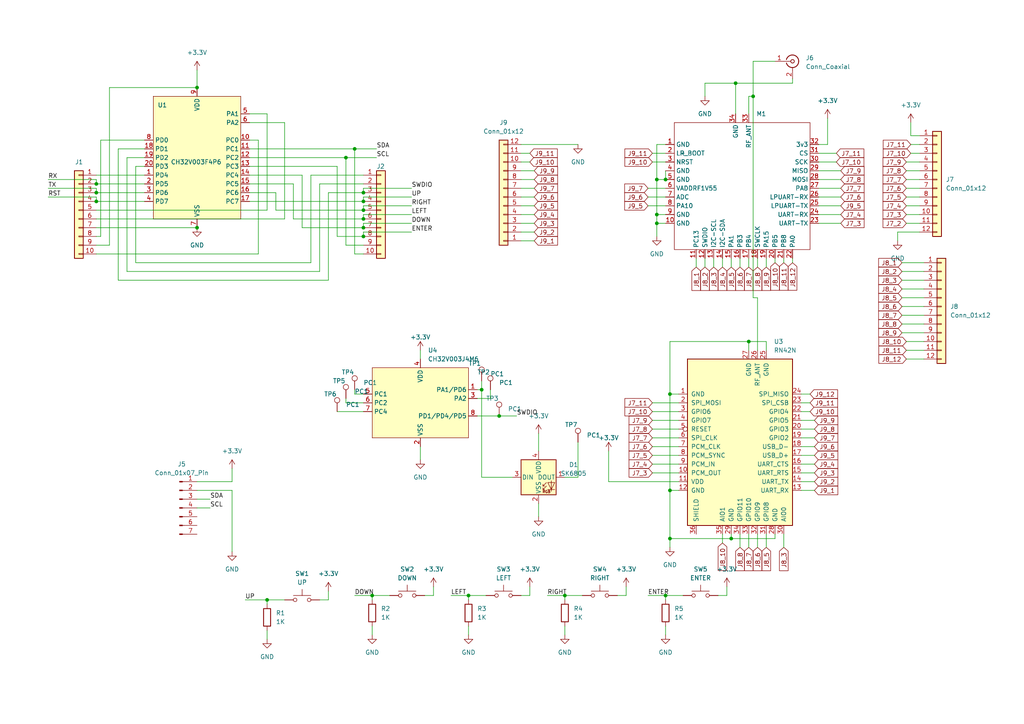
<source format=kicad_sch>
(kicad_sch (version 20230121) (generator eeschema)
  (paper "A4")
  (junction (at 105.41 68.58))
  (junction (at 77.47 173.99))
  (junction (at 105.41 60.96))
  (junction (at 194.31 156.21))
  (junction (at 194.31 114.3))
  (junction (at 193.04 172.72))
  (junction (at 105.41 66.04))
  (junction (at 193.04 52.07))
  (junction (at 190.5 62.23))
  (junction (at 144.78 120.65))
  (junction (at 105.41 58.42))
  (junction (at 163.83 172.72))
  (junction (at 105.41 63.5))
  (junction (at 213.36 24.13))
  (junction (at 27.94 55.88))
  (junction (at 27.94 53.34))
  (junction (at 57.15 66.04))
  (junction (at 27.94 58.42))
  (junction (at 217.17 99.06))
  (junction (at 107.95 172.72))
  (junction (at 105.41 55.88))
  (junction (at 102.87 43.18))
  (junction (at 57.15 25.4))
  (junction (at 190.5 52.07))
  (junction (at 212.09 156.21))
  (junction (at 190.5 64.77))
  (junction (at 218.44 27.94))
  (junction (at 100.33 45.72))
  (junction (at 139.7 113.03))
  (junction (at 194.31 142.24))
  (junction (at 135.89 172.72))
  (wire (pts (xy 29.21 68.58) (xy 29.21 40.64)))
  (wire (pts (xy 100.33 45.72) (xy 100.33 71.12)))
  (wire (pts (xy 163.83 138.43) (xy 167.64 138.43)))
  (wire (pts (xy 209.55 154.94) (xy 209.55 157.48)))
  (wire (pts (xy 190.5 62.23) (xy 193.04 62.23)))
  (wire (pts (xy 27.94 60.96) (xy 77.47 60.96)))
  (wire (pts (xy 107.95 181.61) (xy 107.95 184.15)))
  (wire (pts (xy 201.93 74.93) (xy 201.93 77.47)))
  (wire (pts (xy 27.94 71.12) (xy 31.75 71.12)))
  (wire (pts (xy -81.28 104.14) (xy -73.66 104.14)))
  (wire (pts (xy 125.73 172.72) (xy 125.73 170.18)))
  (wire (pts (xy 27.94 53.34) (xy 41.91 53.34)))
  (wire (pts (xy 163.83 181.61) (xy 163.83 184.15)))
  (wire (pts (xy -58.42 99.06) (xy -60.96 99.06)))
  (wire (pts (xy 121.92 101.6) (xy 121.92 104.14)))
  (wire (pts (xy 97.79 119.38) (xy 105.41 119.38)))
  (wire (pts (xy 72.39 45.72) (xy 100.33 45.72)))
  (wire (pts (xy 232.41 124.46) (xy 236.22 124.46)))
  (wire (pts (xy 82.55 35.56) (xy 72.39 35.56)))
  (wire (pts (xy 219.71 86.36) (xy 219.71 101.6)))
  (wire (pts (xy 95.25 173.99) (xy 95.25 171.45)))
  (wire (pts (xy 237.49 62.23) (xy 243.84 62.23)))
  (wire (pts (xy 218.44 27.94) (xy 218.44 17.78)))
  (wire (pts (xy 193.04 181.61) (xy 193.04 184.15)))
  (wire (pts (xy 190.5 62.23) (xy 190.5 64.77)))
  (wire (pts (xy 36.83 45.72) (xy 36.83 78.74)))
  (wire (pts (xy 72.39 55.88) (xy 80.01 55.88)))
  (wire (pts (xy -63.5 68.58) (xy -59.69 68.58)))
  (wire (pts (xy 151.13 46.99) (xy 153.67 46.99)))
  (wire (pts (xy 138.43 113.03) (xy 139.7 113.03)))
  (wire (pts (xy 138.43 115.57) (xy 142.24 115.57)))
  (wire (pts (xy 237.49 46.99) (xy 242.57 46.99)))
  (wire (pts (xy 189.23 119.38) (xy 196.85 119.38)))
  (wire (pts (xy 105.41 59.69) (xy 105.41 60.96)))
  (wire (pts (xy 187.96 59.69) (xy 193.04 59.69)))
  (wire (pts (xy 189.23 121.92) (xy 196.85 121.92)))
  (wire (pts (xy 105.41 114.3) (xy 102.87 114.3)))
  (wire (pts (xy 27.94 57.15) (xy 27.94 58.42)))
  (wire (pts (xy 189.23 116.84) (xy 196.85 116.84)))
  (wire (pts (xy -63.5 71.12) (xy -59.69 71.12)))
  (wire (pts (xy 209.55 74.93) (xy 209.55 77.47)))
  (wire (pts (xy 135.89 181.61) (xy 135.89 184.15)))
  (wire (pts (xy 194.31 114.3) (xy 194.31 99.06)))
  (wire (pts (xy -43.18 100.33) (xy -43.18 109.22)))
  (wire (pts (xy 237.49 44.45) (xy 242.57 44.45)))
  (wire (pts (xy 90.17 76.2) (xy 90.17 50.8)))
  (wire (pts (xy 151.13 69.85) (xy 154.94 69.85)))
  (wire (pts (xy 102.87 172.72) (xy 107.95 172.72)))
  (wire (pts (xy 92.71 53.34) (xy 105.41 53.34)))
  (wire (pts (xy 217.17 154.94) (xy 217.17 158.75)))
  (wire (pts (xy -66.04 27.94) (xy -66.04 25.4)))
  (wire (pts (xy 72.39 58.42) (xy 105.41 58.42)))
  (wire (pts (xy 57.15 144.78) (xy 60.96 144.78)))
  (wire (pts (xy 71.12 173.99) (xy 77.47 173.99)))
  (wire (pts (xy 100.33 71.12) (xy 105.41 71.12)))
  (wire (pts (xy -81.28 106.68) (xy -73.66 106.68)))
  (wire (pts (xy 72.39 53.34) (xy 85.09 53.34)))
  (wire (pts (xy 222.25 99.06) (xy 217.17 99.06)))
  (wire (pts (xy 176.53 139.7) (xy 196.85 139.7)))
  (wire (pts (xy 151.13 44.45) (xy 153.67 44.45)))
  (wire (pts (xy 189.23 46.99) (xy 193.04 46.99)))
  (wire (pts (xy 100.33 116.84) (xy 105.41 116.84)))
  (wire (pts (xy 105.41 67.31) (xy 119.38 67.31)))
  (wire (pts (xy 130.81 172.72) (xy 135.89 172.72)))
  (wire (pts (xy 224.79 154.94) (xy 224.79 156.21)))
  (wire (pts (xy 218.44 27.94) (xy 218.44 86.36)))
  (wire (pts (xy 227.33 154.94) (xy 227.33 158.75)))
  (wire (pts (xy 119.38 62.23) (xy 105.41 62.23)))
  (wire (pts (xy 193.04 172.72) (xy 198.12 172.72)))
  (wire (pts (xy 80.01 60.96) (xy 105.41 60.96)))
  (wire (pts (xy -59.69 71.12) (xy -59.69 73.66)))
  (wire (pts (xy 264.16 44.45) (xy 266.7 44.45)))
  (wire (pts (xy 264.16 35.56) (xy 264.16 39.37)))
  (wire (pts (xy 196.85 114.3) (xy 194.31 114.3)))
  (wire (pts (xy 67.31 142.24) (xy 67.31 160.02)))
  (wire (pts (xy 179.07 172.72) (xy 181.61 172.72)))
  (wire (pts (xy 163.83 173.99) (xy 163.83 172.72)))
  (wire (pts (xy 102.87 43.18) (xy 109.22 43.18)))
  (wire (pts (xy 142.24 115.57) (xy 142.24 113.03)))
  (wire (pts (xy -72.39 25.4) (xy -72.39 34.29)))
  (wire (pts (xy 232.41 114.3) (xy 234.95 114.3)))
  (wire (pts (xy 237.49 57.15) (xy 243.84 57.15)))
  (wire (pts (xy 217.17 101.6) (xy 217.17 99.06)))
  (wire (pts (xy -60.96 22.86) (xy -60.96 27.94)))
  (wire (pts (xy 190.5 52.07) (xy 190.5 62.23)))
  (wire (pts (xy 151.13 52.07) (xy 154.94 52.07)))
  (wire (pts (xy 262.89 99.06) (xy 267.97 99.06)))
  (wire (pts (xy 227.33 76.2) (xy 227.33 74.93)))
  (wire (pts (xy 139.7 113.03) (xy 139.7 138.43)))
  (wire (pts (xy 138.43 120.65) (xy 144.78 120.65)))
  (wire (pts (xy 218.44 27.94) (xy 217.17 27.94)))
  (wire (pts (xy 232.41 119.38) (xy 234.95 119.38)))
  (wire (pts (xy 207.01 74.93) (xy 207.01 77.47)))
  (wire (pts (xy 264.16 39.37) (xy 266.7 39.37)))
  (wire (pts (xy 262.89 104.14) (xy 267.97 104.14)))
  (wire (pts (xy 13.97 57.15) (xy 27.94 57.15)))
  (wire (pts (xy 105.41 57.15) (xy 105.41 58.42)))
  (wire (pts (xy 151.13 67.31) (xy 154.94 67.31)))
  (wire (pts (xy -81.28 99.06) (xy -73.66 99.06)))
  (wire (pts (xy 34.29 43.18) (xy 34.29 81.28)))
  (wire (pts (xy 187.96 57.15) (xy 193.04 57.15)))
  (wire (pts (xy 27.94 66.04) (xy 57.15 66.04)))
  (wire (pts (xy 189.23 127) (xy 196.85 127)))
  (wire (pts (xy 189.23 132.08) (xy 196.85 132.08)))
  (wire (pts (xy 105.41 54.61) (xy 105.41 55.88)))
  (wire (pts (xy 67.31 135.89) (xy 67.31 139.7)))
  (wire (pts (xy -81.28 109.22) (xy -73.66 109.22)))
  (wire (pts (xy 213.36 24.13) (xy 213.36 33.02)))
  (wire (pts (xy 222.25 74.93) (xy 222.25 77.47)))
  (wire (pts (xy 156.21 146.05) (xy 156.21 149.86)))
  (wire (pts (xy 194.31 156.21) (xy 194.31 158.75)))
  (wire (pts (xy 167.64 138.43) (xy 167.64 128.27)))
  (wire (pts (xy 151.13 59.69) (xy 154.94 59.69)))
  (wire (pts (xy 262.89 46.99) (xy 266.7 46.99)))
  (wire (pts (xy 261.62 91.44) (xy 267.97 91.44)))
  (wire (pts (xy 189.23 124.46) (xy 196.85 124.46)))
  (wire (pts (xy 229.87 76.2) (xy 229.87 74.93)))
  (wire (pts (xy 119.38 59.69) (xy 105.41 59.69)))
  (wire (pts (xy 100.33 115.57) (xy 100.33 116.84)))
  (wire (pts (xy 261.62 76.2) (xy 267.97 76.2)))
  (wire (pts (xy 232.41 142.24) (xy 236.22 142.24)))
  (wire (pts (xy -55.88 104.14) (xy -55.88 115.57)))
  (wire (pts (xy -49.53 62.23) (xy -49.53 68.58)))
  (wire (pts (xy 193.04 49.53) (xy 193.04 52.07)))
  (wire (pts (xy 156.21 125.73) (xy 156.21 130.81)))
  (wire (pts (xy -39.37 76.2) (xy -39.37 80.01)))
  (wire (pts (xy 262.89 57.15) (xy 266.7 57.15)))
  (wire (pts (xy 187.96 172.72) (xy 193.04 172.72)))
  (wire (pts (xy 105.41 68.58) (xy 105.41 67.31)))
  (wire (pts (xy 80.01 55.88) (xy 80.01 60.96)))
  (wire (pts (xy 41.91 45.72) (xy 36.83 45.72)))
  (wire (pts (xy 218.44 86.36) (xy 219.71 86.36)))
  (wire (pts (xy -31.75 68.58) (xy -29.21 68.58)))
  (wire (pts (xy 72.39 43.18) (xy 102.87 43.18)))
  (wire (pts (xy 13.97 52.07) (xy 27.94 52.07)))
  (wire (pts (xy 190.5 52.07) (xy 190.5 41.91)))
  (wire (pts (xy 232.41 129.54) (xy 236.22 129.54)))
  (wire (pts (xy -48.26 106.68) (xy -48.26 100.33)))
  (wire (pts (xy 212.09 74.93) (xy 212.09 77.47)))
  (wire (pts (xy 190.5 64.77) (xy 193.04 64.77)))
  (wire (pts (xy 105.41 64.77) (xy 105.41 66.04)))
  (wire (pts (xy -29.21 68.58) (xy -29.21 62.23)))
  (wire (pts (xy 77.47 60.96) (xy 77.47 33.02)))
  (wire (pts (xy 39.37 48.26) (xy 39.37 76.2)))
  (wire (pts (xy 219.71 74.93) (xy 219.71 77.47)))
  (wire (pts (xy -59.69 68.58) (xy -59.69 66.04)))
  (wire (pts (xy 74.93 40.64) (xy 72.39 40.64)))
  (wire (pts (xy 153.67 172.72) (xy 153.67 170.18)))
  (wire (pts (xy 77.47 173.99) (xy 82.55 173.99)))
  (wire (pts (xy 210.82 172.72) (xy 210.82 170.18)))
  (wire (pts (xy 27.94 54.61) (xy 27.94 55.88)))
  (wire (pts (xy 72.39 50.8) (xy 87.63 50.8)))
  (wire (pts (xy 189.23 137.16) (xy 196.85 137.16)))
  (wire (pts (xy 262.89 52.07) (xy 266.7 52.07)))
  (wire (pts (xy 102.87 114.3) (xy 102.87 113.03)))
  (wire (pts (xy 237.49 54.61) (xy 243.84 54.61)))
  (wire (pts (xy 204.47 74.93) (xy 204.47 77.47)))
  (wire (pts (xy 39.37 76.2) (xy 90.17 76.2)))
  (wire (pts (xy 77.47 33.02) (xy 72.39 33.02)))
  (wire (pts (xy 219.71 154.94) (xy 219.71 158.75)))
  (wire (pts (xy 151.13 62.23) (xy 154.94 62.23)))
  (wire (pts (xy 261.62 81.28) (xy 267.97 81.28)))
  (wire (pts (xy 135.89 173.99) (xy 135.89 172.72)))
  (wire (pts (xy -60.96 104.14) (xy -55.88 104.14)))
  (wire (pts (xy 214.63 154.94) (xy 214.63 158.75)))
  (wire (pts (xy 261.62 96.52) (xy 267.97 96.52)))
  (wire (pts (xy 31.75 25.4) (xy 57.15 25.4)))
  (wire (pts (xy 237.49 52.07) (xy 243.84 52.07)))
  (wire (pts (xy 261.62 83.82) (xy 267.97 83.82)))
  (wire (pts (xy 222.25 101.6) (xy 222.25 99.06)))
  (wire (pts (xy 224.79 156.21) (xy 212.09 156.21)))
  (wire (pts (xy 217.17 27.94) (xy 217.17 33.02)))
  (wire (pts (xy 217.17 74.93) (xy 217.17 77.47)))
  (wire (pts (xy -58.42 25.4) (xy -53.34 25.4)))
  (wire (pts (xy 190.5 41.91) (xy 193.04 41.91)))
  (wire (pts (xy -66.04 25.4) (xy -72.39 25.4)))
  (wire (pts (xy 262.89 64.77) (xy 266.7 64.77)))
  (wire (pts (xy 232.41 139.7) (xy 236.22 139.7)))
  (wire (pts (xy 85.09 53.34) (xy 85.09 63.5)))
  (wire (pts (xy 261.62 78.74) (xy 267.97 78.74)))
  (wire (pts (xy 123.19 172.72) (xy 125.73 172.72)))
  (wire (pts (xy 95.25 81.28) (xy 95.25 55.88)))
  (wire (pts (xy 261.62 86.36) (xy 267.97 86.36)))
  (wire (pts (xy 41.91 48.26) (xy 39.37 48.26)))
  (wire (pts (xy 189.23 134.62) (xy 196.85 134.62)))
  (wire (pts (xy 237.49 59.69) (xy 243.84 59.69)))
  (wire (pts (xy 105.41 54.61) (xy 119.38 54.61)))
  (wire (pts (xy 29.21 40.64) (xy 41.91 40.64)))
  (wire (pts (xy 194.31 99.06) (xy 217.17 99.06)))
  (wire (pts (xy 158.75 172.72) (xy 163.83 172.72)))
  (wire (pts (xy 105.41 62.23) (xy 105.41 63.5)))
  (wire (pts (xy 105.41 57.15) (xy 119.38 57.15)))
  (wire (pts (xy 208.28 172.72) (xy 210.82 172.72)))
  (wire (pts (xy 262.89 101.6) (xy 267.97 101.6)))
  (wire (pts (xy 204.47 27.94) (xy 204.47 24.13)))
  (wire (pts (xy 151.13 57.15) (xy 154.94 57.15)))
  (wire (pts (xy 194.31 142.24) (xy 194.31 156.21)))
  (wire (pts (xy 107.95 173.99) (xy 107.95 172.72)))
  (wire (pts (xy 85.09 63.5) (xy 105.41 63.5)))
  (wire (pts (xy 27.94 68.58) (xy 29.21 68.58)))
  (wire (pts (xy 181.61 172.72) (xy 181.61 170.18)))
  (wire (pts (xy 218.44 17.78) (xy 224.79 17.78)))
  (wire (pts (xy 97.79 48.26) (xy 97.79 68.58)))
  (wire (pts (xy 135.89 172.72) (xy 140.97 172.72)))
  (wire (pts (xy 144.78 120.65) (xy 149.86 120.65)))
  (wire (pts (xy 31.75 71.12) (xy 31.75 25.4)))
  (wire (pts (xy 189.23 129.54) (xy 196.85 129.54)))
  (wire (pts (xy 90.17 50.8) (xy 105.41 50.8)))
  (wire (pts (xy 237.49 41.91) (xy 240.03 41.91)))
  (wire (pts (xy -60.96 101.6) (xy -58.42 101.6)))
  (wire (pts (xy 232.41 116.84) (xy 234.95 116.84)))
  (wire (pts (xy 204.47 24.13) (xy 213.36 24.13)))
  (wire (pts (xy 102.87 43.18) (xy 102.87 73.66)))
  (wire (pts (xy 27.94 52.07) (xy 27.94 53.34)))
  (wire (pts (xy 193.04 173.99) (xy 193.04 172.72)))
  (wire (pts (xy 176.53 130.81) (xy 176.53 139.7)))
  (wire (pts (xy 57.15 147.32) (xy 60.96 147.32)))
  (wire (pts (xy 13.97 54.61) (xy 27.94 54.61)))
  (wire (pts (xy 102.87 73.66) (xy 105.41 73.66)))
  (wire (pts (xy 67.31 139.7) (xy 57.15 139.7)))
  (wire (pts (xy 27.94 73.66) (xy 74.93 73.66)))
  (wire (pts (xy 229.87 22.86) (xy 229.87 24.13)))
  (wire (pts (xy -49.53 68.58) (xy -46.99 68.58)))
  (wire (pts (xy 214.63 74.93) (xy 214.63 77.47)))
  (wire (pts (xy 139.7 138.43) (xy 148.59 138.43)))
  (wire (pts (xy 237.49 49.53) (xy 243.84 49.53)))
  (wire (pts (xy 92.71 173.99) (xy 95.25 173.99)))
  (wire (pts (xy 151.13 54.61) (xy 154.94 54.61)))
  (wire (pts (xy 237.49 64.77) (xy 243.84 64.77)))
  (wire (pts (xy 107.95 172.72) (xy 113.03 172.72)))
  (wire (pts (xy 27.94 50.8) (xy 41.91 50.8)))
  (wire (pts (xy 27.94 58.42) (xy 41.91 58.42)))
  (wire (pts (xy 57.15 142.24) (xy 67.31 142.24)))
  (wire (pts (xy -81.28 101.6) (xy -73.66 101.6)))
  (wire (pts (xy 100.33 45.72) (xy 109.22 45.72)))
  (wire (pts (xy 74.93 73.66) (xy 74.93 40.64)))
  (wire (pts (xy 212.09 156.21) (xy 194.31 156.21)))
  (wire (pts (xy 232.41 121.92) (xy 236.22 121.92)))
  (wire (pts (xy -58.42 27.94) (xy -58.42 25.4)))
  (wire (pts (xy 119.38 64.77) (xy 105.41 64.77)))
  (wire (pts (xy -53.34 22.86) (xy -60.96 22.86)))
  (wire (pts (xy 77.47 175.26) (xy 77.47 173.99)))
  (wire (pts (xy 27.94 55.88) (xy 41.91 55.88)))
  (wire (pts (xy 260.35 67.31) (xy 260.35 69.85)))
  (wire (pts (xy 213.36 24.13) (xy 229.87 24.13)))
  (wire (pts (xy 261.62 88.9) (xy 267.97 88.9)))
  (wire (pts (xy 240.03 34.29) (xy 240.03 41.91)))
  (wire (pts (xy 232.41 134.62) (xy 236.22 134.62)))
  (wire (pts (xy 194.31 114.3) (xy 194.31 142.24)))
  (wire (pts (xy 95.25 55.88) (xy 105.41 55.88)))
  (wire (pts (xy 224.79 76.2) (xy 224.79 74.93)))
  (wire (pts (xy 82.55 63.5) (xy 82.55 35.56)))
  (wire (pts (xy 212.09 154.94) (xy 212.09 156.21)))
  (wire (pts (xy 260.35 67.31) (xy 266.7 67.31)))
  (wire (pts (xy 232.41 137.16) (xy 236.22 137.16)))
  (wire (pts (xy 87.63 50.8) (xy 87.63 66.04)))
  (wire (pts (xy 190.5 64.77) (xy 190.5 68.58)))
  (wire (pts (xy 232.41 132.08) (xy 236.22 132.08)))
  (wire (pts (xy 27.94 63.5) (xy 82.55 63.5)))
  (wire (pts (xy 189.23 44.45) (xy 193.04 44.45)))
  (wire (pts (xy 187.96 54.61) (xy 193.04 54.61)))
  (wire (pts (xy 261.62 93.98) (xy 267.97 93.98)))
  (wire (pts (xy 97.79 68.58) (xy 105.41 68.58)))
  (wire (pts (xy 92.71 78.74) (xy 92.71 53.34)))
  (wire (pts (xy 262.89 49.53) (xy 266.7 49.53)))
  (wire (pts (xy 151.13 172.72) (xy 153.67 172.72)))
  (wire (pts (xy 163.83 172.72) (xy 168.91 172.72)))
  (wire (pts (xy 196.85 142.24) (xy 194.31 142.24)))
  (wire (pts (xy 36.83 78.74) (xy 92.71 78.74)))
  (wire (pts (xy 222.25 154.94) (xy 222.25 158.75)))
  (wire (pts (xy -63.5 22.86) (xy -63.5 27.94)))
  (wire (pts (xy 190.5 52.07) (xy 193.04 52.07)))
  (wire (pts (xy -43.18 109.22) (xy -60.96 109.22)))
  (wire (pts (xy 41.91 43.18) (xy 34.29 43.18)))
  (wire (pts (xy 262.89 59.69) (xy 266.7 59.69)))
  (wire (pts (xy 77.47 182.88) (xy 77.47 185.42)))
  (wire (pts (xy 139.7 113.03) (xy 139.7 110.49)))
  (wire (pts (xy 151.13 64.77) (xy 154.94 64.77)))
  (wire (pts (xy 151.13 41.91) (xy 167.64 41.91)))
  (wire (pts (xy 151.13 49.53) (xy 154.94 49.53)))
  (wire (pts (xy 264.16 41.91) (xy 266.7 41.91)))
  (wire (pts (xy 121.92 129.54) (xy 121.92 133.35)))
  (wire (pts (xy 57.15 20.32) (xy 57.15 25.4)))
  (wire (pts (xy -60.96 106.68) (xy -48.26 106.68)))
  (wire (pts (xy 262.89 54.61) (xy 266.7 54.61)))
  (wire (pts (xy 262.89 62.23) (xy 266.7 62.23)))
  (wire (pts (xy 232.41 127) (xy 236.22 127)))
  (wire (pts (xy 87.63 66.04) (xy 105.41 66.04)))
  (wire (pts (xy 34.29 81.28) (xy 95.25 81.28)))
  (wire (pts (xy 72.39 48.26) (xy 97.79 48.26)))
  (label "RX" (at -81.28 99.06 0))
  (label "SDA" (at 109.22 43.18 0))
  (label "SDA" (at -53.34 25.4 0))
  (label "RST" (at -81.28 109.22 0))
  (label "LEFT" (at 130.81 172.72 0))
  (label "TX" (at -81.28 101.6 0))
  (label "RIGHT" (at 158.75 172.72 0))
  (label "SCL" (at 109.22 45.72 0))
  (label "RIGHT" (at 119.38 59.69 0))
  (label "SWDIO" (at 119.38 54.61 0))
  (label "UP" (at 71.12 173.99 0))
  (label "DOWN" (at 119.38 64.77 0))
  (label "TDO" (at -81.28 104.14 0))
  (label "ENTER" (at 119.38 67.31 0))
  (label "SWDIO" (at 149.86 120.65 0))
  (label "ENTER" (at 187.96 172.72 0))
  (label "TX" (at 13.97 54.61 0))
  (label "DOWN" (at 102.87 172.72 0))
  (label "SCL" (at 60.96 147.32 0))
  (label "SDA" (at 60.96 144.78 0))
  (label "LEFT" (at 119.38 62.23 0))
  (label "UP" (at 119.38 57.15 0))
  (label "RX" (at 13.97 52.07 0))
  (label "SWCLK" (at -58.42 99.06 0))
  (label "SWDIO" (at -58.42 101.6 0))
  (label "TDI" (at -81.28 106.68 0))
  (label "RST" (at 13.97 57.15 0))
  (label "SCL" (at -53.34 22.86 0))
  (global_label "J8_3" (shape input) (at 261.62 81.28 180) (property "Intersheetrefs" "${INTERSHEET_REFS}" (effects hide)))
  (global_label "J8_8" (shape input) (at 219.71 77.47 270) (property "Intersheetrefs" "${INTERSHEET_REFS}" (effects hide)))
  (global_label "J7_8" (shape input) (at 243.84 52.07 0) (property "Intersheetrefs" "${INTERSHEET_REFS}" (effects hide)))
  (global_label "J9_10" (shape input) (at 189.23 46.99 180) (property "Intersheetrefs" "${INTERSHEET_REFS}" (effects hide)))
  (global_label "J8_7" (shape input) (at 217.17 77.47 270) (property "Intersheetrefs" "${INTERSHEET_REFS}" (effects hide)))
  (global_label "J7_11" (shape input) (at 189.23 116.84 180) (property "Intersheetrefs" "${INTERSHEET_REFS}" (effects hide)))
  (global_label "J8_4" (shape input) (at 209.55 77.47 270) (property "Intersheetrefs" "${INTERSHEET_REFS}" (effects hide)))
  (global_label "J9_4" (shape input) (at 236.22 134.62 0) (property "Intersheetrefs" "${INTERSHEET_REFS}" (effects hide)))
  (global_label "J9_6" (shape input) (at 187.96 57.15 180) (property "Intersheetrefs" "${INTERSHEET_REFS}" (effects hide)))
  (global_label "J7_10" (shape input) (at 242.57 46.99 0) (property "Intersheetrefs" "${INTERSHEET_REFS}" (effects hide)))
  (global_label "J7_9" (shape input) (at 243.84 49.53 0) (property "Intersheetrefs" "${INTERSHEET_REFS}" (effects hide)))
  (global_label "J7_6" (shape input) (at 189.23 129.54 180) (property "Intersheetrefs" "${INTERSHEET_REFS}" (effects hide)))
  (global_label "J7_9" (shape input) (at 262.89 46.99 180) (property "Intersheetrefs" "${INTERSHEET_REFS}" (effects hide)))
  (global_label "J9_11" (shape input) (at 153.67 44.45 0) (property "Intersheetrefs" "${INTERSHEET_REFS}" (effects hide)))
  (global_label "J9_5" (shape input) (at 236.22 132.08 0) (property "Intersheetrefs" "${INTERSHEET_REFS}" (effects hide)))
  (global_label "J7_6" (shape input) (at 262.89 54.61 180) (property "Intersheetrefs" "${INTERSHEET_REFS}" (effects hide)))
  (global_label "J9_3" (shape input) (at 236.22 137.16 0) (property "Intersheetrefs" "${INTERSHEET_REFS}" (effects hide)))
  (global_label "J9_6" (shape input) (at 154.94 57.15 0) (property "Intersheetrefs" "${INTERSHEET_REFS}" (effects hide)))
  (global_label "J7_10" (shape input) (at 264.16 44.45 180) (property "Intersheetrefs" "${INTERSHEET_REFS}" (effects hide)))
  (global_label "J9_4" (shape input) (at 154.94 62.23 0) (property "Intersheetrefs" "${INTERSHEET_REFS}" (effects hide)))
  (global_label "J9_3" (shape input) (at 154.94 64.77 0) (property "Intersheetrefs" "${INTERSHEET_REFS}" (effects hide)))
  (global_label "J8_5" (shape input) (at 212.09 77.47 270) (property "Intersheetrefs" "${INTERSHEET_REFS}" (effects hide)))
  (global_label "J7_2" (shape input) (at 262.89 64.77 180) (property "Intersheetrefs" "${INTERSHEET_REFS}" (effects hide)))
  (global_label "J7_4" (shape input) (at 243.84 62.23 0) (property "Intersheetrefs" "${INTERSHEET_REFS}" (effects hide)))
  (global_label "J8_1" (shape input) (at 201.93 77.47 270) (property "Intersheetrefs" "${INTERSHEET_REFS}" (effects hide)))
  (global_label "J8_3" (shape input) (at 227.33 158.75 270) (property "Intersheetrefs" "${INTERSHEET_REFS}" (effects hide)))
  (global_label "J8_9" (shape input) (at 222.25 77.47 270) (property "Intersheetrefs" "${INTERSHEET_REFS}" (effects hide)))
  (global_label "J7_3" (shape input) (at 262.89 62.23 180) (property "Intersheetrefs" "${INTERSHEET_REFS}" (effects hide)))
  (global_label "J9_2" (shape input) (at 236.22 139.7 0) (property "Intersheetrefs" "${INTERSHEET_REFS}" (effects hide)))
  (global_label "J9_7" (shape input) (at 154.94 54.61 0) (property "Intersheetrefs" "${INTERSHEET_REFS}" (effects hide)))
  (global_label "J9_10" (shape input) (at 234.95 119.38 0) (property "Intersheetrefs" "${INTERSHEET_REFS}" (effects hide)))
  (global_label "J8_10" (shape input) (at 262.89 99.06 180) (property "Intersheetrefs" "${INTERSHEET_REFS}" (effects hide)))
  (global_label "J7_5" (shape input) (at 262.89 57.15 180) (property "Intersheetrefs" "${INTERSHEET_REFS}" (effects hide)))
  (global_label "J8_5" (shape input) (at 222.25 158.75 270) (property "Intersheetrefs" "${INTERSHEET_REFS}" (effects hide)))
  (global_label "J9_6" (shape input) (at 236.22 129.54 0) (property "Intersheetrefs" "${INTERSHEET_REFS}" (effects hide)))
  (global_label "J7_7" (shape input) (at 189.23 127 180) (property "Intersheetrefs" "${INTERSHEET_REFS}" (effects hide)))
  (global_label "J8_11" (shape input) (at 262.89 101.6 180) (property "Intersheetrefs" "${INTERSHEET_REFS}" (effects hide)))
  (global_label "J8_12" (shape input) (at 229.87 76.2 270) (property "Intersheetrefs" "${INTERSHEET_REFS}" (effects hide)))
  (global_label "J8_12" (shape input) (at 262.89 104.14 180) (property "Intersheetrefs" "${INTERSHEET_REFS}" (effects hide)))
  (global_label "J9_11" (shape input) (at 234.95 116.84 0) (property "Intersheetrefs" "${INTERSHEET_REFS}" (effects hide)))
  (global_label "J8_1" (shape input) (at 261.62 76.2 180) (property "Intersheetrefs" "${INTERSHEET_REFS}" (effects hide)))
  (global_label "J8_11" (shape input) (at 227.33 76.2 270) (property "Intersheetrefs" "${INTERSHEET_REFS}" (effects hide)))
  (global_label "J8_10" (shape input) (at 209.55 157.48 270) (property "Intersheetrefs" "${INTERSHEET_REFS}" (effects hide)))
  (global_label "J7_5" (shape input) (at 189.23 132.08 180) (property "Intersheetrefs" "${INTERSHEET_REFS}" (effects hide)))
  (global_label "J7_7" (shape input) (at 262.89 52.07 180) (property "Intersheetrefs" "${INTERSHEET_REFS}" (effects hide)))
  (global_label "J8_6" (shape input) (at 219.71 158.75 270) (property "Intersheetrefs" "${INTERSHEET_REFS}" (effects hide)))
  (global_label "J7_6" (shape input) (at 243.84 57.15 0) (property "Intersheetrefs" "${INTERSHEET_REFS}" (effects hide)))
  (global_label "J7_7" (shape input) (at 243.84 54.61 0) (property "Intersheetrefs" "${INTERSHEET_REFS}" (effects hide)))
  (global_label "J7_8" (shape input) (at 262.89 49.53 180) (property "Intersheetrefs" "${INTERSHEET_REFS}" (effects hide)))
  (global_label "J9_7" (shape input) (at 236.22 127 0) (property "Intersheetrefs" "${INTERSHEET_REFS}" (effects hide)))
  (global_label "J9_1" (shape input) (at 236.22 142.24 0) (property "Intersheetrefs" "${INTERSHEET_REFS}" (effects hide)))
  (global_label "J7_4" (shape input) (at 189.23 134.62 180) (property "Intersheetrefs" "${INTERSHEET_REFS}" (effects hide)))
  (global_label "J9_2" (shape input) (at 154.94 67.31 0) (property "Intersheetrefs" "${INTERSHEET_REFS}" (effects hide)))
  (global_label "J8_2" (shape input) (at 261.62 78.74 180) (property "Intersheetrefs" "${INTERSHEET_REFS}" (effects hide)))
  (global_label "J9_1" (shape input) (at 154.94 69.85 0) (property "Intersheetrefs" "${INTERSHEET_REFS}" (effects hide)))
  (global_label "J8_6" (shape input) (at 261.62 88.9 180) (property "Intersheetrefs" "${INTERSHEET_REFS}" (effects hide)))
  (global_label "J8_7" (shape input) (at 217.17 158.75 270) (property "Intersheetrefs" "${INTERSHEET_REFS}" (effects hide)))
  (global_label "J9_9" (shape input) (at 154.94 49.53 0) (property "Intersheetrefs" "${INTERSHEET_REFS}" (effects hide)))
  (global_label "J8_4" (shape input) (at 261.62 83.82 180) (property "Intersheetrefs" "${INTERSHEET_REFS}" (effects hide)))
  (global_label "J7_3" (shape input) (at 243.84 64.77 0) (property "Intersheetrefs" "${INTERSHEET_REFS}" (effects hide)))
  (global_label "J8_3" (shape input) (at 207.01 77.47 270) (property "Intersheetrefs" "${INTERSHEET_REFS}" (effects hide)))
  (global_label "J9_5" (shape input) (at 187.96 59.69 180) (property "Intersheetrefs" "${INTERSHEET_REFS}" (effects hide)))
  (global_label "J8_2" (shape input) (at 204.47 77.47 270) (property "Intersheetrefs" "${INTERSHEET_REFS}" (effects hide)))
  (global_label "J8_7" (shape input) (at 261.62 91.44 180) (property "Intersheetrefs" "${INTERSHEET_REFS}" (effects hide)))
  (global_label "J7_3" (shape input) (at 189.23 137.16 180) (property "Intersheetrefs" "${INTERSHEET_REFS}" (effects hide)))
  (global_label "J7_11" (shape input) (at 264.16 41.91 180) (property "Intersheetrefs" "${INTERSHEET_REFS}" (effects hide)))
  (global_label "J9_10" (shape input) (at 153.67 46.99 0) (property "Intersheetrefs" "${INTERSHEET_REFS}" (effects hide)))
  (global_label "J8_5" (shape input) (at 261.62 86.36 180) (property "Intersheetrefs" "${INTERSHEET_REFS}" (effects hide)))
  (global_label "J9_8" (shape input) (at 154.94 52.07 0) (property "Intersheetrefs" "${INTERSHEET_REFS}" (effects hide)))
  (global_label "J7_11" (shape input) (at 242.57 44.45 0) (property "Intersheetrefs" "${INTERSHEET_REFS}" (effects hide)))
  (global_label "J9_7" (shape input) (at 187.96 54.61 180) (property "Intersheetrefs" "${INTERSHEET_REFS}" (effects hide)))
  (global_label "J9_5" (shape input) (at 243.84 59.69 0) (property "Intersheetrefs" "${INTERSHEET_REFS}" (effects hide)))
  (global_label "J7_8" (shape input) (at 189.23 124.46 180) (property "Intersheetrefs" "${INTERSHEET_REFS}" (effects hide)))
  (global_label "J7_4" (shape input) (at 262.89 59.69 180) (property "Intersheetrefs" "${INTERSHEET_REFS}" (effects hide)))
  (global_label "J8_8" (shape input) (at 214.63 158.75 270) (property "Intersheetrefs" "${INTERSHEET_REFS}" (effects hide)))
  (global_label "J9_8" (shape input) (at 236.22 124.46 0) (property "Intersheetrefs" "${INTERSHEET_REFS}" (effects hide)))
  (global_label "J8_8" (shape input) (at 261.62 93.98 180) (property "Intersheetrefs" "${INTERSHEET_REFS}" (effects hide)))
  (global_label "J9_9" (shape input) (at 236.22 121.92 0) (property "Intersheetrefs" "${INTERSHEET_REFS}" (effects hide)))
  (global_label "J9_12" (shape input) (at 234.95 114.3 0) (property "Intersheetrefs" "${INTERSHEET_REFS}" (effects hide)))
  (global_label "J7_10" (shape input) (at 189.23 119.38 180) (property "Intersheetrefs" "${INTERSHEET_REFS}" (effects hide)))
  (global_label "J7_9" (shape input) (at 189.23 121.92 180) (property "Intersheetrefs" "${INTERSHEET_REFS}" (effects hide)))
  (global_label "J9_5" (shape input) (at 154.94 59.69 0) (property "Intersheetrefs" "${INTERSHEET_REFS}" (effects hide)))
  (global_label "J9_11" (shape input) (at 189.23 44.45 180) (property "Intersheetrefs" "${INTERSHEET_REFS}" (effects hide)))
  (global_label "J8_6" (shape input) (at 214.63 77.47 270) (property "Intersheetrefs" "${INTERSHEET_REFS}" (effects hide)))
  (global_label "J8_10" (shape input) (at 224.79 76.2 270) (property "Intersheetrefs" "${INTERSHEET_REFS}" (effects hide)))
  (global_label "J8_9" (shape input) (at 261.62 96.52 180) (property "Intersheetrefs" "${INTERSHEET_REFS}" (effects hide)))
  (symbol (lib_id "Connector:TestPoint") (at 139.7 110.49 0) (unit 1)
    (property "Reference" "TP1" (at 135.89 105.41 0) (effects (justify left)))
    (property "Value" "PC1" (at 142.24 108.458 0) (effects (justify left)))
    (property "Footprint" "TestPoint:TestPoint_Pad_D2.0mm" (effects hide))
  )
  (symbol (lib_id "Connector:Conn_Coaxial") (at 229.87 17.78 0) (unit 1)
    (property "Reference" "J6" (at 233.68 16.8032 0) (effects (justify left)))
    (property "Value" "Conn_Coaxial" (at 233.68 19.3432 0) (effects (justify left)))
    (property "Footprint" "Connector_Coaxial:SMA_Samtec_SMA-J-P-X-ST-EM1_EdgeMount" (effects hide))
    (property "Datasheet" " ~" (effects hide))
  )
  (symbol (lib_id "Connector_Generic:Conn_02x05_Odd_Even") (at -68.58 104.14 0) (unit 1)
    (property "Reference" "J3" (at -67.31 92.71 0))
    (property "Value" "Conn_02x05_Odd_Even" (at -67.31 95.25 0))
    (property "Footprint" "Connector_PinHeader_2.54mm:PinHeader_2x05_P2.54mm_Vertical" (effects hide))
  )
  (symbol (lib_id "power:GND") (at -55.88 115.57 0) (unit 1)
    (property "Reference" "#PWR05" (effects hide))
    (property "Value" "GND" (at -55.88 120.65 0))
  )
  (symbol (lib_id "power:GND") (at 204.47 27.94 0) (unit 1)
    (property "Reference" "#PWR026" (effects hide))
    (property "Value" "GND" (at 204.47 33.02 0))
  )
  (symbol (lib_id "power:+3.3V") (at 67.31 135.89 0) (unit 1)
    (property "Reference" "#PWR020" (effects hide))
    (property "Value" "+3.3V" (at 67.31 130.81 0))
  )
  (symbol (lib_id "power:+5V") (at -43.18 100.33 0) (unit 1)
    (property "Reference" "#PWR07" (effects hide))
    (property "Value" "+5V" (at -43.18 95.25 0))
  )
  (symbol (lib_id "wch-mcu:CH32V003J4M6") (at 121.92 116.84 0) (unit 1)
    (property "Reference" "U4" (at 124.1141 101.6 0) (effects (justify left)))
    (property "Value" "CH32V003J4M6" (at 124.1141 104.14 0) (effects (justify left)))
    (property "Footprint" "Package_SO:SOIC-8_3.9x4.9mm_P1.27mm" (effects hide))
    (property "Datasheet" "http://www.wch-ic.com/downloads/file/359.html" (effects hide))
  )
  (symbol (lib_id "Connector_Generic:Conn_01x12") (at 273.05 88.9 0) (unit 1)
    (property "Reference" "J8" (at 275.59 88.9 0) (effects (justify left)))
    (property "Value" "Conn_01x12" (at 275.59 91.44 0) (effects (justify left)))
    (property "Footprint" "Connector_PinSocket_2.54mm:PinSocket_1x12_P2.54mm_Vertical" (effects hide))
  )
  (symbol (lib_id "Connector:TestPoint") (at 100.33 115.57 0) (unit 1)
    (property "Reference" "TP5" (at 96.52 110.49 0) (effects (justify left)))
    (property "Value" "PC1" (at 102.87 113.538 0) (effects (justify left)))
    (property "Footprint" "TestPoint:TestPoint_Pad_D2.0mm" (effects hide))
  )
  (symbol (lib_id "power:+3.3V") (at 153.67 170.18 0) (unit 1)
    (property "Reference" "#PWR015" (effects hide))
    (property "Value" "+3.3V" (at 153.67 165.1 0))
  )
  (symbol (lib_id "Connector_Generic:Conn_01x02") (at -68.58 71.12 180) (unit 1)
    (property "Reference" "J4" (at -68.58 62.23 0))
    (property "Value" "Conn_01x02" (at -68.58 64.77 0))
    (property "Footprint" "Connector_Wago:Wago_734-132_1x02_P3.50mm_Vertical" (effects hide))
  )
  (symbol (lib_id "Switch:SW_Push") (at 146.05 172.72 0) (unit 1)
    (property "Reference" "SW3" (at 146.05 165.1 0))
    (property "Value" "LEFT" (at 146.05 167.64 0))
    (property "Footprint" "Button_Switch_SMD:SW_Push_1P1T_NO_6x6mm_H9.5mm" (effects hide))
  )
  (symbol (lib_id "Connector:TestPoint") (at 102.87 113.03 0) (unit 1)
    (property "Reference" "TP4" (at 99.06 107.95 0) (effects (justify left)))
    (property "Value" "PC1" (at 105.41 110.998 0) (effects (justify left)))
    (property "Footprint" "TestPoint:TestPoint_Pad_D2.0mm" (effects hide))
  )
  (symbol (lib_id "power:GND") (at 163.83 184.15 0) (unit 1)
    (property "Reference" "#PWR016" (effects hide))
    (property "Value" "GND" (at 163.83 189.23 0))
  )
  (symbol (lib_id "power:GND") (at 57.15 66.04 0) (unit 1)
    (property "Reference" "#PWR01" (effects hide))
    (property "Value" "GND" (at 57.15 71.12 0))
  )
  (symbol (lib_id "power:GND") (at -59.69 73.66 0) (unit 1)
    (property "Reference" "#PWR011" (effects hide))
    (property "Value" "GND" (at -59.69 78.74 0))
  )
  (symbol (lib_id "power:GND") (at 77.47 185.42 0) (unit 1)
    (property "Reference" "#PWR04" (effects hide))
    (property "Value" "GND" (at 77.47 190.5 0))
  )
  (symbol (lib_id "power:+3.3V") (at 210.82 170.18 0) (unit 1)
    (property "Reference" "#PWR019" (effects hide))
    (property "Value" "+3.3V" (at 210.82 165.1 0))
  )
  (symbol (lib_id "power:GND") (at 194.31 158.75 0) (unit 1)
    (property "Reference" "#PWR028" (effects hide))
    (property "Value" "GND" (at 194.31 163.83 0))
  )
  (symbol (lib_id "Device:R") (at 77.47 179.07 0) (unit 1)
    (property "Reference" "R1" (at 80.01 177.8 0) (effects (justify left)))
    (property "Value" "1K" (at 80.01 180.34 0) (effects (justify left)))
    (property "Footprint" "Resistor_THT:R_Axial_DIN0207_L6.3mm_D2.5mm_P7.62mm_Horizontal" (effects hide))
  )
  (symbol (lib_id "power:GND") (at -39.37 80.01 0) (unit 1)
    (property "Reference" "#PWR024" (effects hide))
    (property "Value" "GND" (at -39.37 85.09 0))
  )
  (symbol (lib_id "power:GND") (at -72.39 34.29 0) (unit 1)
    (property "Reference" "#PWR08" (effects hide))
    (property "Value" "GND" (at -72.39 39.37 0))
  )
  (symbol (lib_id "Connector_Generic:Conn_01x12") (at 146.05 57.15 180) (unit 1)
    (property "Reference" "J9" (at 146.05 35.56 0))
    (property "Value" "Conn_01x12" (at 146.05 38.1 0))
    (property "Footprint" "Connector_PinSocket_2.54mm:PinSocket_1x12_P2.54mm_Vertical" (effects hide))
  )
  (symbol (lib_id "Connector:TestPoint") (at 142.24 113.03 0) (unit 1)
    (property "Reference" "TP2" (at 138.43 107.95 0) (effects (justify left)))
    (property "Value" "PC1" (at 144.78 110.998 0) (effects (justify left)))
    (property "Footprint" "TestPoint:TestPoint_Pad_D2.0mm" (effects hide))
  )
  (symbol (lib_id "power:+3.3V") (at -63.5 22.86 0) (unit 1)
    (property "Reference" "#PWR09" (effects hide))
    (property "Value" "+3.3V" (at -63.5 17.78 0))
  )
  (symbol (lib_id "power:GND") (at 135.89 184.15 0) (unit 1)
    (property "Reference" "#PWR014" (effects hide))
    (property "Value" "GND" (at 135.89 189.23 0))
  )
  (symbol (lib_id "LED:SK6805") (at 156.21 138.43 0) (unit 1)
    (property "Reference" "D1" (at 166.37 134.7821 0))
    (property "Value" "SK6805" (at 166.37 137.3221 0))
    (property "Footprint" "LED_SMD:LED_SK6812_EC15_1.5x1.5mm" (effects hide))
    (property "Datasheet" "https://cdn-shop.adafruit.com/product-files/3484/3484_Datasheet.pdf" (effects hide))
  )
  (symbol (lib_id "wch-mcu:SSD1306") (at -62.23 36.83 0) (unit 1)
    (property "Reference" "Brd1" (effects hide))
    (property "Value" "SSD1306" (at -66.04 39.37 0) (effects (justify left)))
    (property "Footprint" "SSD1306:128x64OLED" (effects hide))
  )
  (symbol (lib_id "power:+3.3V") (at 156.21 125.73 0) (unit 1)
    (property "Reference" "#PWR036" (effects hide))
    (property "Value" "+3.3V" (at 156.21 120.65 0))
  )
  (symbol (lib_id "Connector:TestPoint") (at 144.78 120.65 0) (unit 1)
    (property "Reference" "TP3" (at 140.97 115.57 0) (effects (justify left)))
    (property "Value" "PC1" (at 147.32 118.618 0) (effects (justify left)))
    (property "Footprint" "TestPoint:TestPoint_Pad_D2.0mm" (effects hide))
  )
  (symbol (lib_id "power:+3.3V") (at 181.61 170.18 0) (unit 1)
    (property "Reference" "#PWR017" (effects hide))
    (property "Value" "+3.3V" (at 181.61 165.1 0))
  )
  (symbol (lib_id "power:+5V") (at -59.69 66.04 0) (unit 1)
    (property "Reference" "#PWR022" (effects hide))
    (property "Value" "+5V" (at -59.69 60.96 0))
  )
  (symbol (lib_id "Device:R") (at 135.89 177.8 0) (unit 1)
    (property "Reference" "R3" (at 138.43 176.53 0) (effects (justify left)))
    (property "Value" "1K" (at 138.43 179.07 0) (effects (justify left)))
    (property "Footprint" "Resistor_THT:R_Axial_DIN0207_L6.3mm_D2.5mm_P7.62mm_Horizontal" (effects hide))
  )
  (symbol (lib_id "power:+3.3V") (at 95.25 171.45 0) (unit 1)
    (property "Reference" "#PWR03" (effects hide))
    (property "Value" "+3.3V" (at 95.25 166.37 0))
  )
  (symbol (lib_id "Connector_Generic:Conn_01x12") (at 271.78 52.07 0) (unit 1)
    (property "Reference" "J7" (at 274.32 52.07 0) (effects (justify left)))
    (property "Value" "Conn_01x12" (at 274.32 54.61 0) (effects (justify left)))
    (property "Footprint" "Connector_PinSocket_2.54mm:PinSocket_1x12_P2.54mm_Vertical" (effects hide))
  )
  (symbol (lib_id "Switch:SW_Push") (at 173.99 172.72 0) (unit 1)
    (property "Reference" "SW4" (at 173.99 165.1 0))
    (property "Value" "RIGHT" (at 173.99 167.64 0))
    (property "Footprint" "Button_Switch_SMD:SW_Push_1P1T_NO_6x6mm_H9.5mm" (effects hide))
  )
  (symbol (lib_id "power:+3.3V") (at 57.15 20.32 0) (unit 1)
    (property "Reference" "#PWR02" (effects hide))
    (property "Value" "+3.3V" (at 57.15 15.24 0))
  )
  (symbol (lib_id "Regulator_Linear:AMS1117-3.3") (at -39.37 68.58 0) (unit 1)
    (property "Reference" "U2" (at -39.37 62.23 0))
    (property "Value" "AMS1117-3.3" (at -39.37 64.77 0))
    (property "Footprint" "Package_TO_SOT_SMD:SOT-223-3_TabPin2" (effects hide))
    (property "Datasheet" "http://www.advanced-monolithic.com/pdf/ds1117.pdf" (effects hide))
  )
  (symbol (lib_id "Switch:SW_Push") (at 118.11 172.72 0) (unit 1)
    (property "Reference" "SW2" (at 118.11 165.1 0))
    (property "Value" "DOWN" (at 118.11 167.64 0))
    (property "Footprint" "Button_Switch_SMD:SW_Push_1P1T_NO_6x6mm_H9.5mm" (effects hide))
  )
  (symbol (lib_id "Device:R") (at 193.04 177.8 0) (unit 1)
    (property "Reference" "R5" (at 195.58 176.53 0) (effects (justify left)))
    (property "Value" "1K" (at 195.58 179.07 0) (effects (justify left)))
    (property "Footprint" "Resistor_THT:R_Axial_DIN0207_L6.3mm_D2.5mm_P7.62mm_Horizontal" (effects hide))
  )
  (symbol (lib_id "power:+3.3V") (at 240.03 34.29 0) (unit 1)
    (property "Reference" "#PWR027" (effects hide))
    (property "Value" "+3.3V" (at 240.03 29.21 0))
  )
  (symbol (lib_id "wch-mcu:lr1262") (at 198.12 41.91 0) (unit 1)
    (property "Reference" "M1" (at 219.3641 33.02 0) (effects (justify left)))
    (property "Value" "~" (at 198.12 44.45 0))
    (property "Footprint" "Library:LR1262" (effects hide))
  )
  (symbol (lib_id "wch-mcu:CH32V003F4P6") (at 57.15 45.72 0) (unit 1)
    (property "Reference" "U1" (at 45.72 30.48 0) (effects (justify left)))
    (property "Value" "CH32V003F4P6" (at 49.53 46.99 0) (effects (justify left)))
    (property "Footprint" "Package_SO:TSSOP-20_4.4x6.5mm_P0.65mm" (effects hide))
    (property "Datasheet" "https://datasheet.lcsc.com/lcsc/2302231730_WCH-Jiangsu-Qin-Heng-CH32V003F4U6_C5299908.pdf" (effects hide))
  )
  (symbol (lib_id "Device:R") (at 107.95 177.8 0) (unit 1)
    (property "Reference" "R2" (at 110.49 176.53 0) (effects (justify left)))
    (property "Value" "1K" (at 110.49 179.07 0) (effects (justify left)))
    (property "Footprint" "Resistor_THT:R_Axial_DIN0207_L6.3mm_D2.5mm_P7.62mm_Horizontal" (effects hide))
  )
  (symbol (lib_id "Connector:TestPoint") (at 167.64 128.27 0) (unit 1)
    (property "Reference" "TP7" (at 163.83 123.19 0) (effects (justify left)))
    (property "Value" "PC1" (at 170.18 126.238 0) (effects (justify left)))
    (property "Footprint" "TestPoint:TestPoint_Pad_D2.0mm" (effects hide))
  )
  (symbol (lib_id "power:GND") (at 67.31 160.02 0) (unit 1)
    (property "Reference" "#PWR021" (effects hide))
    (property "Value" "GND" (at 67.31 165.1 0))
  )
  (symbol (lib_id "power:GND") (at 156.21 149.86 0) (unit 1)
    (property "Reference" "#PWR037" (effects hide))
    (property "Value" "GND" (at 156.21 154.94 0))
  )
  (symbol (lib_id "power:GND") (at 167.64 41.91 0) (unit 1)
    (property "Reference" "#PWR033" (effects hide))
    (property "Value" "GND" (at 167.64 46.99 0))
  )
  (symbol (lib_id "power:+3.3V") (at -29.21 62.23 0) (unit 1)
    (property "Reference" "#PWR010" (effects hide))
    (property "Value" "+3.3V" (at -29.21 57.15 0))
  )
  (symbol (lib_id "Connector:Conn_01x07_Pin") (at 52.07 147.32 0) (unit 1)
    (property "Reference" "J5" (at 52.705 134.62 0))
    (property "Value" "Conn_01x07_Pin" (at 52.705 137.16 0))
    (property "Footprint" "Connector_PinHeader_2.54mm:PinHeader_1x07_P2.54mm_Vertical" (effects hide))
  )
  (symbol (lib_id "power:GND") (at 190.5 68.58 0) (unit 1)
    (property "Reference" "#PWR025" (effects hide))
    (property "Value" "GND" (at 190.5 73.66 0))
  )
  (symbol (lib_id "power:GND") (at 193.04 184.15 0) (unit 1)
    (property "Reference" "#PWR018" (effects hide))
    (property "Value" "GND" (at 193.04 189.23 0))
  )
  (symbol (lib_id "power:+3.3V") (at 121.92 101.6 0) (unit 1)
    (property "Reference" "#PWR034" (effects hide))
    (property "Value" "+3.3V" (at 121.92 97.79 0))
  )
  (symbol (lib_id "Device:R") (at 163.83 177.8 0) (unit 1)
    (property "Reference" "R4" (at 166.37 176.53 0) (effects (justify left)))
    (property "Value" "1K" (at 166.37 179.07 0) (effects (justify left)))
    (property "Footprint" "Resistor_THT:R_Axial_DIN0207_L6.3mm_D2.5mm_P7.62mm_Horizontal" (effects hide))
  )
  (symbol (lib_id "Switch:SW_Push") (at 203.2 172.72 0) (unit 1)
    (property "Reference" "SW5" (at 203.2 165.1 0))
    (property "Value" "ENTER" (at 203.2 167.64 0))
    (property "Footprint" "Button_Switch_SMD:SW_Push_1P1T_NO_6x6mm_H9.5mm" (effects hide))
  )
  (symbol (lib_id "RF_Bluetooth:RN42N") (at 214.63 129.54 0) (unit 1)
    (property "Reference" "U3" (at 224.4441 99.06 0) (effects (justify left)))
    (property "Value" "RN42N" (at 224.4441 101.6 0) (effects (justify left)))
    (property "Footprint" "RF_Module:RN42N" (effects hide))
    (property "Datasheet" "http://ww1.microchip.com/downloads/en/DeviceDoc/rn-42-ds-v2.32r.pdf" (effects hide))
  )
  (symbol (lib_id "Connector_Generic:Conn_01x10") (at 22.86 60.96 0) (mirror y) (unit 1)
    (property "Reference" "J1" (at 24.13 46.99 0) (effects (justify left)))
    (property "Value" "Conn_01x10" (effects hide))
    (property "Footprint" "Connector_PinHeader_2.00mm:PinHeader_1x10_P2.00mm_Vertical" (effects hide))
  )
  (symbol (lib_id "Connector:TestPoint") (at 97.79 119.38 0) (unit 1)
    (property "Reference" "TP6" (at 93.98 114.3 0) (effects (justify left)))
    (property "Value" "PC1" (at 100.33 117.348 0) (effects (justify left)))
    (property "Footprint" "TestPoint:TestPoint_Pad_D2.0mm" (effects hide))
  )
  (symbol (lib_id "power:+3.3V") (at -48.26 100.33 0) (unit 1)
    (property "Reference" "#PWR06" (effects hide))
    (property "Value" "+3.3V" (at -48.26 95.25 0))
  )
  (symbol (lib_id "power:GND") (at 260.35 69.85 0) (unit 1)
    (property "Reference" "#PWR031" (effects hide))
    (property "Value" "GND" (at 260.35 74.93 0))
  )
  (symbol (lib_id "power:GND") (at 121.92 133.35 0) (unit 1)
    (property "Reference" "#PWR035" (effects hide))
    (property "Value" "GND" (at 121.92 138.43 0))
  )
  (symbol (lib_id "power:+3.3V") (at 264.16 35.56 0) (unit 1)
    (property "Reference" "#PWR030" (effects hide))
    (property "Value" "+3.3V" (at 264.16 30.48 0))
  )
  (symbol (lib_id "power:+3.3V") (at 125.73 170.18 0) (unit 1)
    (property "Reference" "#PWR013" (effects hide))
    (property "Value" "+3.3V" (at 125.73 165.1 0))
  )
  (symbol (lib_id "power:+5V") (at -49.53 62.23 0) (unit 1)
    (property "Reference" "#PWR023" (effects hide))
    (property "Value" "+5V" (at -49.53 57.15 0))
  )
  (symbol (lib_id "Switch:SW_Push") (at 87.63 173.99 0) (unit 1)
    (property "Reference" "SW1" (at 87.63 166.37 0))
    (property "Value" "UP" (at 87.63 168.91 0))
    (property "Footprint" "Button_Switch_SMD:SW_Push_1P1T_NO_6x6mm_H9.5mm" (effects hide))
  )
  (symbol (lib_id "power:GND") (at 107.95 184.15 0) (unit 1)
    (property "Reference" "#PWR012" (effects hide))
    (property "Value" "GND" (at 107.95 189.23 0))
  )
  (symbol (lib_id "power:+3.3V") (at 176.53 130.81 0) (unit 1)
    (property "Reference" "#PWR029" (effects hide))
    (property "Value" "+3.3V" (at 176.53 127 0))
  )
  (symbol (lib_id "Connector_Generic:Conn_01x10") (at 110.49 60.96 0) (unit 1)
    (property "Reference" "J2" (at 109.22 48.26 0) (effects (justify left)))
    (property "Value" "Conn_01x10" (effects hide))
    (property "Footprint" "Connector_PinHeader_2.00mm:PinHeader_1x10_P2.00mm_Vertical" (effects hide))
  )
)
</source>
